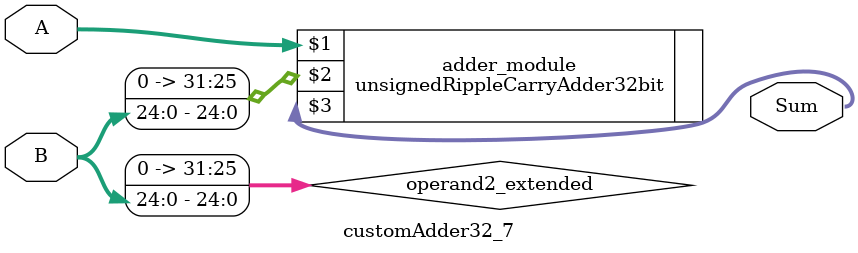
<source format=v>

module customAdder32_7(
                    input [31 : 0] A,
                    input [24 : 0] B,
                    
                    output [32 : 0] Sum
            );

    wire [31 : 0] operand2_extended;
    
    assign operand2_extended =  {7'b0, B};
    
    unsignedRippleCarryAdder32bit adder_module(
        A,
        operand2_extended,
        Sum
    );
    
endmodule
        
</source>
